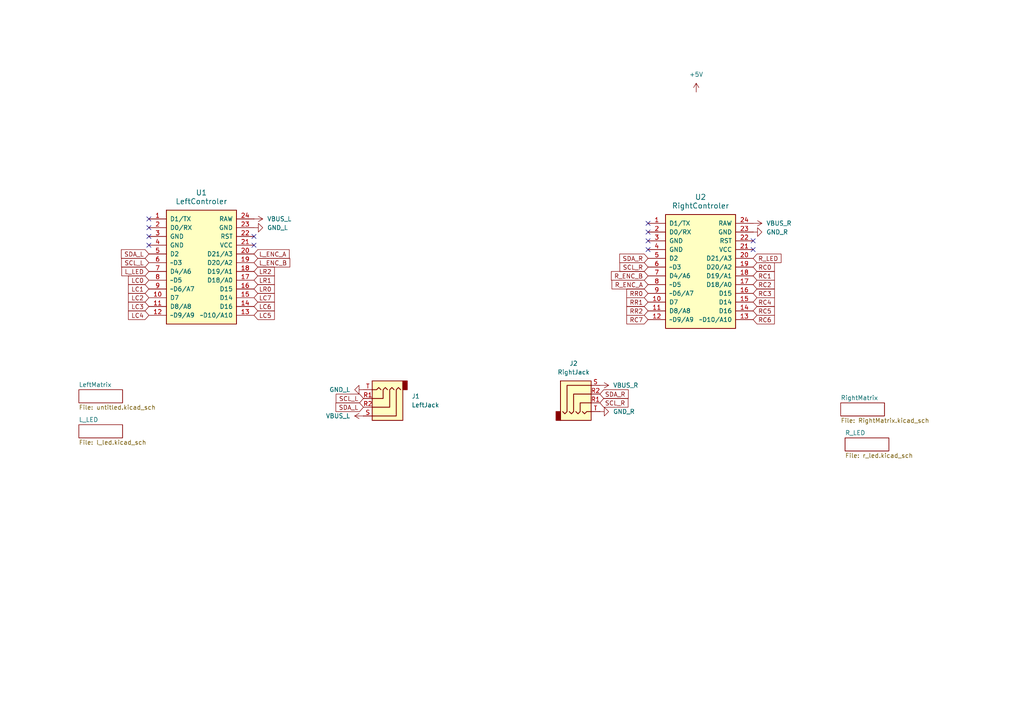
<source format=kicad_sch>
(kicad_sch (version 20231120) (generator "eeschema") (generator_version "8.0")
  (paper "A4")
  (lib_symbols
    (symbol "Connector_Audio:AudioJack4"
      (property "Reference" "J" (at 0 8.89 0))
      (property "Value" "AudioJack4" (at 0 6.35 0))
      (symbol "AudioJack4_0_1"
        (rectangle (start -6.35 -5.08) (end -7.62 -7.62) (stroke (width 0.254)) (fill (type outline)))
        (polyline (pts (xy 0 -5.08) (xy 0.635 -5.715) (xy 1.27 -5.08) (xy 2.54 -5.08)) (stroke (width 0.254)))
        (polyline (pts (xy -5.715 -5.08) (xy -5.08 -5.715) (xy -4.445 -5.08) (xy -4.445 2.54) (xy 2.54 2.54)) (stroke (width 0.254)))
        (polyline (pts (xy -1.905 -5.08) (xy -1.27 -5.715) (xy -0.635 -5.08) (xy -0.635 -2.54) (xy 2.54 -2.54)) (stroke (width 0.254)))
        (polyline (pts (xy 2.54 0) (xy -2.54 0) (xy -2.54 -5.08) (xy -3.175 -5.715) (xy -3.81 -5.08)) (stroke (width 0.254)))
        (rectangle (start 2.54 3.81) (end -6.35 -7.62) (stroke (width 0.254)) (fill (type background)))
      )
      (symbol "AudioJack4_1_1"
        (pin passive line (at 5.08 -2.54 180) (length 2.54) (name "~") (number "R1"))
        (pin passive line (at 5.08 0 180) (length 2.54) (name "~") (number "R2"))
        (pin passive line (at 5.08 2.54 180) (length 2.54) (name "~") (number "S"))
        (pin passive line (at 5.08 -5.08 180) (length 2.54) (name "~") (number "T"))
      )
    )
    (symbol "arduino-avr:Sparkfun_Pro_Micro" (pin_names (offset 1.016))
      (property "Reference" "U" (at -8.89 21.59 0))
      (property "Value" "Sparkfun_Pro_Micro" (at 0 19.05 0))
      (symbol "Sparkfun_Pro_Micro_0_1"
        (rectangle (start -10.16 17.78) (end 10.16 -15.24) (stroke (width 0.254)) (fill (type background)))
      )
      (symbol "Sparkfun_Pro_Micro_1_1"
        (pin bidirectional line (at -15.24 15.24 0) (length 5.08) (name "D1/TX") (number "1"))
        (pin bidirectional line (at -15.24 -7.62 0) (length 5.08) (name "D7") (number "10"))
        (pin bidirectional line (at -15.24 -10.16 0) (length 5.08) (name "D8/A8") (number "11"))
        (pin bidirectional line (at -15.24 -12.7 0) (length 5.08) (name "~D9/A9") (number "12"))
        (pin bidirectional line (at 15.24 -12.7 180) (length 5.08) (name "~D10/A10") (number "13"))
        (pin bidirectional line (at 15.24 -10.16 180) (length 5.08) (name "D16") (number "14"))
        (pin bidirectional line (at 15.24 -7.62 180) (length 5.08) (name "D14") (number "15"))
        (pin bidirectional line (at 15.24 -5.08 180) (length 5.08) (name "D15") (number "16"))
        (pin bidirectional line (at 15.24 -2.54 180) (length 5.08) (name "D18/A0") (number "17"))
        (pin bidirectional line (at 15.24 0 180) (length 5.08) (name "D19/A1") (number "18"))
        (pin bidirectional line (at 15.24 2.54 180) (length 5.08) (name "D20/A2") (number "19"))
        (pin bidirectional line (at -15.24 12.7 0) (length 5.08) (name "D0/RX") (number "2"))
        (pin bidirectional line (at 15.24 5.08 180) (length 5.08) (name "D21/A3") (number "20"))
        (pin power_in line (at 15.24 7.62 180) (length 5.08) (name "VCC") (number "21"))
        (pin input line (at 15.24 10.16 180) (length 5.08) (name "RST") (number "22"))
        (pin power_in line (at 15.24 12.7 180) (length 5.08) (name "GND") (number "23"))
        (pin power_in line (at 15.24 15.24 180) (length 5.08) (name "RAW") (number "24"))
        (pin power_in line (at -15.24 10.16 0) (length 5.08) (name "GND") (number "3"))
        (pin power_in line (at -15.24 7.62 0) (length 5.08) (name "GND") (number "4"))
        (pin bidirectional line (at -15.24 5.08 0) (length 5.08) (name "D2") (number "5"))
        (pin bidirectional line (at -15.24 2.54 0) (length 5.08) (name "~D3") (number "6"))
        (pin bidirectional line (at -15.24 0 0) (length 5.08) (name "D4/A6") (number "7"))
        (pin bidirectional line (at -15.24 -2.54 0) (length 5.08) (name "~D5") (number "8"))
        (pin bidirectional line (at -15.24 -5.08 0) (length 5.08) (name "~D6/A7") (number "9"))
      )
    )
    (symbol "power:+5V" (power) (pin_numbers hide) (pin_names (offset 0) hide)
      (property "Value" "+5V" (at 0 3.556 0))
      (symbol "+5V_0_1"
        (polyline (pts (xy -0.762 1.27) (xy 0 2.54)))
        (polyline (pts (xy 0 0) (xy 0 2.54)))
        (polyline (pts (xy 0 2.54) (xy 0.762 1.27)))
      )
      (symbol "+5V_1_1"
        (pin power_in line (at 0 0 90) (length 0) (name "~") (number "1"))
      )
    )
    (symbol "power:GND" (power) (pin_numbers hide) (pin_names (offset 0) hide)
      (property "Value" "GND" (at 0 -3.81 0))
      (symbol "GND_0_1"
        (polyline (pts (xy 0 0) (xy 0 -1.27) (xy 1.27 -1.27) (xy 0 -2.54) (xy -1.27 -1.27) (xy 0 -1.27)))
      )
      (symbol "GND_1_1"
        (pin power_in line (at 0 0 270) (length 0) (name "~") (number "1"))
      )
    )
    (symbol "power:VBUS" (power) (pin_numbers hide) (pin_names (offset 0) hide)
      (property "Value" "VBUS" (at 0 3.556 0))
      (symbol "VBUS_0_1"
        (polyline (pts (xy -0.762 1.27) (xy 0 2.54)))
        (polyline (pts (xy 0 0) (xy 0 2.54)))
        (polyline (pts (xy 0 2.54) (xy 0.762 1.27)))
      )
      (symbol "VBUS_1_1"
        (pin power_in line (at 0 0 90) (length 0) (name "~") (number "1"))
      )
    )
  )
  (no_connect (at 43.18 63.5))
  (no_connect (at 73.66 68.58))
  (no_connect (at 73.66 71.12))
  (no_connect (at 187.96 72.39))
  (no_connect (at 187.96 69.85))
  (no_connect (at 187.96 64.77))
  (no_connect (at 218.44 69.85))
  (no_connect (at 43.18 71.12))
  (no_connect (at 43.18 66.04))
  (no_connect (at 43.18 68.58))
  (no_connect (at 218.44 72.39))
  (no_connect (at 187.96 67.31))
  (global_label "SDA_L" (shape input) (at 43.18 73.66 180) (property "Intersheetrefs" "${INTERSHEET_REFS}" (effects (hide yes))))
  (global_label "SCL_R" (shape input) (at 173.99 116.84 0) (property "Intersheetrefs" "${INTERSHEET_REFS}" (effects (hide yes))))
  (global_label "LC3" (shape input) (at 43.18 88.9 180) (property "Intersheetrefs" "${INTERSHEET_REFS}" (effects (hide yes))))
  (global_label "LC2" (shape input) (at 43.18 86.36 180) (property "Intersheetrefs" "${INTERSHEET_REFS}" (effects (hide yes))))
  (global_label "RC2" (shape input) (at 218.44 82.55 0) (property "Intersheetrefs" "${INTERSHEET_REFS}" (effects (hide yes))))
  (global_label "LR1" (shape input) (at 73.66 81.28 0) (property "Intersheetrefs" "${INTERSHEET_REFS}" (effects (hide yes))))
  (global_label "L_ENC_B" (shape input) (at 73.66 76.2 0) (property "Intersheetrefs" "${INTERSHEET_REFS}" (effects (hide yes))))
  (global_label "LC7" (shape input) (at 73.66 86.36 0) (property "Intersheetrefs" "${INTERSHEET_REFS}" (effects (hide yes))))
  (global_label "LC4" (shape input) (at 43.18 91.44 180) (property "Intersheetrefs" "${INTERSHEET_REFS}" (effects (hide yes))))
  (global_label "SDA_R" (shape input) (at 173.99 114.3 0) (property "Intersheetrefs" "${INTERSHEET_REFS}" (effects (hide yes))))
  (global_label "SCL_R" (shape input) (at 187.96 77.47 180) (property "Intersheetrefs" "${INTERSHEET_REFS}" (effects (hide yes))))
  (global_label "R_ENC_A" (shape input) (at 187.96 82.55 180) (property "Intersheetrefs" "${INTERSHEET_REFS}" (effects (hide yes))))
  (global_label "RC7" (shape input) (at 187.96 92.71 180) (property "Intersheetrefs" "${INTERSHEET_REFS}" (effects (hide yes))))
  (global_label "LR0" (shape input) (at 73.66 83.82 0) (property "Intersheetrefs" "${INTERSHEET_REFS}" (effects (hide yes))))
  (global_label "L_ENC_A" (shape input) (at 73.66 73.66 0) (property "Intersheetrefs" "${INTERSHEET_REFS}" (effects (hide yes))))
  (global_label "RC0" (shape input) (at 218.44 77.47 0) (property "Intersheetrefs" "${INTERSHEET_REFS}" (effects (hide yes))))
  (global_label "SDA_L" (shape input) (at 105.41 118.11 180) (property "Intersheetrefs" "${INTERSHEET_REFS}" (effects (hide yes))))
  (global_label "LR2" (shape input) (at 73.66 78.74 0) (property "Intersheetrefs" "${INTERSHEET_REFS}" (effects (hide yes))))
  (global_label "SCL_L" (shape input) (at 43.18 76.2 180) (property "Intersheetrefs" "${INTERSHEET_REFS}" (effects (hide yes))))
  (global_label "RC5" (shape input) (at 218.44 90.17 0) (property "Intersheetrefs" "${INTERSHEET_REFS}" (effects (hide yes))))
  (global_label "LC1" (shape input) (at 43.18 83.82 180) (property "Intersheetrefs" "${INTERSHEET_REFS}" (effects (hide yes))))
  (global_label "LC5" (shape input) (at 73.66 91.44 0) (property "Intersheetrefs" "${INTERSHEET_REFS}" (effects (hide yes))))
  (global_label "RC1" (shape input) (at 218.44 80.01 0) (property "Intersheetrefs" "${INTERSHEET_REFS}" (effects (hide yes))))
  (global_label "RC4" (shape input) (at 218.44 87.63 0) (property "Intersheetrefs" "${INTERSHEET_REFS}" (effects (hide yes))))
  (global_label "R_LED" (shape input) (at 218.44 74.93 0) (property "Intersheetrefs" "${INTERSHEET_REFS}" (effects (hide yes))))
  (global_label "L_LED" (shape input) (at 43.18 78.74 180) (property "Intersheetrefs" "${INTERSHEET_REFS}" (effects (hide yes))))
  (global_label "SCL_L" (shape input) (at 105.41 115.57 180) (property "Intersheetrefs" "${INTERSHEET_REFS}" (effects (hide yes))))
  (global_label "SDA_R" (shape input) (at 187.96 74.93 180) (property "Intersheetrefs" "${INTERSHEET_REFS}" (effects (hide yes))))
  (global_label "RR1" (shape input) (at 187.96 87.63 180) (property "Intersheetrefs" "${INTERSHEET_REFS}" (effects (hide yes))))
  (global_label "RR2" (shape input) (at 187.96 90.17 180) (property "Intersheetrefs" "${INTERSHEET_REFS}" (effects (hide yes))))
  (global_label "LC6" (shape input) (at 73.66 88.9 0) (property "Intersheetrefs" "${INTERSHEET_REFS}" (effects (hide yes))))
  (global_label "R_ENC_B" (shape input) (at 187.96 80.01 180) (property "Intersheetrefs" "${INTERSHEET_REFS}" (effects (hide yes))))
  (global_label "LC0" (shape input) (at 43.18 81.28 180) (property "Intersheetrefs" "${INTERSHEET_REFS}" (effects (hide yes))))
  (global_label "RC3" (shape input) (at 218.44 85.09 0) (property "Intersheetrefs" "${INTERSHEET_REFS}" (effects (hide yes))))
  (global_label "SDA_L" (shape input) (at 218.44 -10.16 180) (property "Intersheetrefs" "${INTERSHEET_REFS}" (effects (hide yes))))
  (global_label "RR0" (shape input) (at 187.96 85.09 180) (property "Intersheetrefs" "${INTERSHEET_REFS}" (effects (hide yes))))
  (global_label "RC6" (shape input) (at 218.44 92.71 0) (property "Intersheetrefs" "${INTERSHEET_REFS}" (effects (hide yes))))
  (symbol (lib_id "Connector_Audio:AudioJack4") (at 168.91 114.3 0) (unit 1)
    (property "Reference" "J2" (at 166.37 105.41 0))
    (property "Value" "RightJack" (at 166.37 107.95 0))
    (property "Footprint" "Connector_Audio:Jack_3.5mm_PJ320D_Horizontal" (effects (hide yes)))
    (property "Description" "Audio Jack, 4 Poles (TRRS)" (effects (hide yes)))
  )
  (symbol (lib_id "power:VBUS") (at 73.66 63.5 270) (unit 1)
    (property "Reference" "#PWR01" (effects (hide yes)))
    (property "Value" "VBUS_L" (at 77.47 63.4999 90) (effects (justify left)))
    (property "Description" "Power symbol creates a global label with name \"VBUS\"" (effects (hide yes)))
  )
  (symbol (lib_id "power:GND") (at 73.66 66.04 90) (unit 1)
    (property "Reference" "#PWR04" (effects (hide yes)))
    (property "Value" "GND_L" (at 77.47 66.0399 90) (effects (justify right)))
    (property "Description" "Power symbol creates a global label with name \"GND\" , ground" (effects (hide yes)))
  )
  (symbol (lib_id "arduino-avr:Sparkfun_Pro_Micro") (at 203.2 80.01 0) (unit 1)
    (property "Reference" "U2" (at 203.2 57.15 0) (effects (font (size 1.524 1.524))))
    (property "Value" "RightControler" (at 203.2 59.69 0) (effects (font (size 1.524 1.524))))
    (property "Footprint" "arduino-avr:Sparkfun_Pro_Micro" (effects (hide yes)))
    (property "Datasheet" "https://www.sparkfun.com/products/12640" (effects (hide yes)))
    (property "Description" "Sparkfun Pro Micro" (effects (hide yes)))
  )
  (symbol (lib_id "power:VBUS") (at 105.41 120.65 90) (unit 1)
    (property "Reference" "#PWR03" (effects (hide yes)))
    (property "Value" "VBUS_L" (at 101.6 120.6499 90) (effects (justify left)))
    (property "Description" "Power symbol creates a global label with name \"VBUS\"" (effects (hide yes)))
  )
  (symbol (lib_id "power:GND") (at 105.41 113.03 270) (unit 1)
    (property "Reference" "#PWR06" (effects (hide yes)))
    (property "Value" "GND_L" (at 101.6 113.0299 90) (effects (justify right)))
    (property "Description" "Power symbol creates a global label with name \"GND\" , ground" (effects (hide yes)))
  )
  (symbol (lib_id "arduino-avr:Sparkfun_Pro_Micro") (at 58.42 78.74 0) (unit 1)
    (property "Reference" "U1" (at 58.42 55.88 0) (effects (font (size 1.524 1.524))))
    (property "Value" "LeftControler" (at 58.42 58.42 0) (effects (font (size 1.524 1.524))))
    (property "Footprint" "arduino-avr:Sparkfun_Pro_Micro" (effects (hide yes)))
    (property "Datasheet" "https://www.sparkfun.com/products/12640" (effects (hide yes)))
    (property "Description" "Sparkfun Pro Micro" (effects (hide yes)))
  )
  (symbol (lib_id "power:GND") (at 218.44 67.31 90) (unit 1)
    (property "Reference" "#PWR09" (effects (hide yes)))
    (property "Value" "GND_R" (at 222.25 67.3099 90) (effects (justify right)))
    (property "Description" "Power symbol creates a global label with name \"GND\" , ground" (effects (hide yes)))
  )
  (symbol (lib_id "power:VBUS") (at 173.99 111.76 270) (unit 1)
    (property "Reference" "#PWR07" (effects (hide yes)))
    (property "Value" "VBUS_R" (at 177.8 111.7599 90) (effects (justify left)))
    (property "Description" "Power symbol creates a global label with name \"VBUS\"" (effects (hide yes)))
  )
  (symbol (lib_id "power:VBUS") (at 218.44 64.77 270) (unit 1)
    (property "Reference" "#PWR08" (effects (hide yes)))
    (property "Value" "VBUS_R" (at 222.25 64.7699 90) (effects (justify left)))
    (property "Description" "Power symbol creates a global label with name \"VBUS\"" (effects (hide yes)))
  )
  (symbol (lib_id "power:GND") (at 173.99 119.38 90) (unit 1)
    (property "Reference" "#PWR05" (effects (hide yes)))
    (property "Value" "GND_R" (at 177.8 119.3799 90) (effects (justify right)))
    (property "Description" "Power symbol creates a global label with name \"GND\" , ground" (effects (hide yes)))
  )
  (symbol (lib_id "Connector_Audio:AudioJack4") (at 110.49 118.11 180) (unit 1)
    (property "Reference" "J1" (at 119.38 114.9349 0) (effects (justify right)))
    (property "Value" "LeftJack" (at 119.38 117.4749 0) (effects (justify right)))
    (property "Footprint" "Connector_Audio:Jack_3.5mm_PJ320D_Horizontal" (effects (hide yes)))
    (property "Description" "Audio Jack, 4 Poles (TRRS)" (effects (hide yes)))
  )
  (symbol (lib_id "power:+5V") (at 201.93 26.67 0) (unit 1)
    (property "Reference" "#PWR011" (effects (hide yes)))
    (property "Value" "+5V" (at 201.93 21.59 0))
    (property "Description" "Power symbol creates a global label with name \"+5V\"" (effects (hide yes)))
  )
  (symbol (lib_id "power:VBUS") (at 222.25 -12.7 90) (unit 1)
    (property "Reference" "#PWR02" (effects (hide yes)))
    (property "Value" "VBUS" (at 218.44 -12.7001 90) (effects (justify left)))
    (property "Description" "Power symbol creates a global label with name \"VBUS\"" (effects (hide yes)))
  )
  (sheet (at 243.84 116.84) (size 12.7 3.81) (stroke (width 0.1524))
    (property "Sheetname" "RightMatrix" (at 243.84 116.1284 0) (effects (justify left bottom)))
    (property "Sheetfile" "RightMatrix.kicad_sch" (at 243.84 121.2346 0) (effects (justify left top)))
  )
  (sheet (at 22.86 123.19) (size 12.7 3.81) (stroke (width 0.1524))
    (property "Sheetname" "L_LED" (at 22.86 122.4784 0) (effects (justify left bottom)))
    (property "Sheetfile" "l_led.kicad_sch" (at 22.86 127.5846 0) (effects (justify left top)))
  )
  (sheet (at 245.11 127) (size 12.7 3.81) (stroke (width 0.1524))
    (property "Sheetname" "R_LED" (at 245.11 126.2884 0) (effects (justify left bottom)))
    (property "Sheetfile" "r_led.kicad_sch" (at 245.11 131.3946 0) (effects (justify left top)))
  )
  (sheet (at 22.86 113.03) (size 12.7 3.81) (stroke (width 0.1524))
    (property "Sheetname" "LeftMatrix" (at 22.86 112.3184 0) (effects (justify left bottom)))
    (property "Sheetfile" "untitled.kicad_sch" (at 22.86 117.4246 0) (effects (justify left top)))
  )
)
</source>
